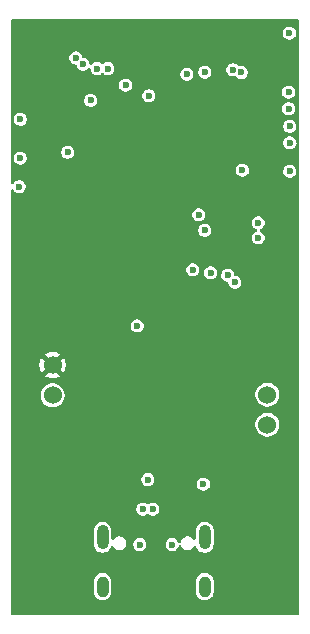
<source format=gbr>
%TF.GenerationSoftware,KiCad,Pcbnew,9.0.5*%
%TF.CreationDate,2025-11-05T17:03:24-05:00*%
%TF.ProjectId,flight-computer,666c6967-6874-42d6-936f-6d7075746572,rev?*%
%TF.SameCoordinates,Original*%
%TF.FileFunction,Copper,L2,Inr*%
%TF.FilePolarity,Positive*%
%FSLAX46Y46*%
G04 Gerber Fmt 4.6, Leading zero omitted, Abs format (unit mm)*
G04 Created by KiCad (PCBNEW 9.0.5) date 2025-11-05 17:03:24*
%MOMM*%
%LPD*%
G01*
G04 APERTURE LIST*
%TA.AperFunction,ComponentPad*%
%ADD10C,1.524000*%
%TD*%
%TA.AperFunction,HeatsinkPad*%
%ADD11O,1.000000X1.800000*%
%TD*%
%TA.AperFunction,HeatsinkPad*%
%ADD12O,1.000000X2.100000*%
%TD*%
%TA.AperFunction,ComponentPad*%
%ADD13C,3.800000*%
%TD*%
%TA.AperFunction,HeatsinkPad*%
%ADD14C,0.600000*%
%TD*%
%TA.AperFunction,ViaPad*%
%ADD15C,0.600000*%
%TD*%
G04 APERTURE END LIST*
D10*
%TO.N,Net-(J6-Pin_2)*%
%TO.C,J6*%
X154281895Y-111071655D03*
%TO.N,Net-(J6-Pin_1)*%
X154281895Y-113611655D03*
%TD*%
%TO.N,VBUS*%
%TO.C,J3*%
X136106895Y-111111555D03*
%TO.N,GND*%
X136106895Y-108571555D03*
%TD*%
D11*
%TO.N,unconnected-(J5-SHIELD-PadS1)_3*%
%TO.C,J5*%
X148981895Y-127321555D03*
D12*
%TO.N,unconnected-(J5-SHIELD-PadS1)_2*%
X148981895Y-123141555D03*
D11*
%TO.N,unconnected-(J5-SHIELD-PadS1)_1*%
X140341895Y-127321555D03*
D12*
%TO.N,unconnected-(J5-SHIELD-PadS1)*%
X140341895Y-123141555D03*
%TD*%
D13*
%TO.N,GND*%
%TO.C,H2*%
X153982000Y-103200000D03*
%TD*%
%TO.N,GND*%
%TO.C,H4*%
X153982000Y-126450000D03*
%TD*%
%TO.N,GND*%
%TO.C,H1*%
X135582000Y-103200000D03*
%TD*%
%TO.N,GND*%
%TO.C,H3*%
X135582000Y-126450000D03*
%TD*%
D14*
%TO.N,GND*%
%TO.C,U2*%
X144867600Y-88300000D03*
X144867600Y-89700000D03*
X145567600Y-87600000D03*
X145567600Y-89000000D03*
X145567600Y-90400000D03*
X146267600Y-88300000D03*
X146267600Y-89700000D03*
X146967600Y-87600000D03*
X146967600Y-89000000D03*
X146967600Y-90400000D03*
X147667600Y-88300000D03*
X147667600Y-89700000D03*
%TD*%
D15*
%TO.N,GND*%
X134481895Y-90946555D03*
X144781895Y-97346555D03*
X148481895Y-81446555D03*
%TO.N,+3.3V*%
X148981895Y-83746555D03*
%TO.N,GND*%
X148181895Y-82746555D03*
%TO.N,+3.3V*%
X148881895Y-118646555D03*
%TO.N,GND*%
X142981895Y-109746555D03*
%TO.N,+3.3V*%
X143256895Y-105246555D03*
%TO.N,GND*%
X142981895Y-102246555D03*
X144981895Y-109746555D03*
X137981895Y-85246555D03*
X152250362Y-90043964D03*
X152223613Y-85524835D03*
X152250801Y-87060929D03*
X152250801Y-88556242D03*
X141481895Y-105246555D03*
%TO.N,+3.3V*%
X144267601Y-85746555D03*
%TO.N,GND*%
X147231895Y-107746555D03*
X147081895Y-104146555D03*
X155201895Y-80446555D03*
X148731895Y-113996555D03*
X144999494Y-86343110D03*
X147231895Y-113996555D03*
X141481895Y-101246555D03*
X148231895Y-121246555D03*
X141481895Y-121246555D03*
X156181895Y-84226555D03*
%TO.N,+3.3V*%
X156161895Y-80446555D03*
X139331895Y-86146555D03*
X148481895Y-95846555D03*
X144181895Y-118246555D03*
X148981895Y-97146555D03*
%TO.N,USB_D-*%
X150931374Y-100946034D03*
X143736895Y-120746555D03*
X153517600Y-96520000D03*
%TO.N,USB_D+*%
X151532416Y-101547076D03*
X144586895Y-120746555D03*
X153517600Y-97790000D03*
%TO.N,Net-(J5-CC2)*%
X146231895Y-123746555D03*
%TO.N,Remote Start 1*%
X149481895Y-100746555D03*
%TO.N,Remote Start 2*%
X147981895Y-100496555D03*
%TO.N,Net-(J5-CC1)*%
X143481895Y-123746555D03*
%TO.N,Net-(J1-Pin_6)*%
X133281895Y-93446555D03*
%TO.N,LSM_CS*%
X151381895Y-83546555D03*
%TO.N,LSM_MISO*%
X140781895Y-83446555D03*
%TO.N,LSM_INT2*%
X147481895Y-83946555D03*
%TO.N,LSM_INT1*%
X142281895Y-84846555D03*
%TO.N,LSM_MOSI*%
X139881895Y-83446555D03*
%TO.N,FIN_DRDY*%
X137381895Y-90546555D03*
%TO.N,FIN_RST*%
X152181895Y-92046555D03*
%TO.N,LSM_SCK*%
X152093410Y-83783727D03*
%TO.N,Net-(J1-Pin_4)*%
X133381895Y-87746555D03*
%TO.N,Net-(J2-Pin_2)*%
X156181895Y-92146555D03*
%TO.N,IMP_OUT1*%
X138081895Y-82546555D03*
%TO.N,IMP_OUT2*%
X138681895Y-83089449D03*
%TO.N,Net-(J1-Pin_5)*%
X133381895Y-91046555D03*
%TO.N,Net-(J2-Pin_6)*%
X156081895Y-85446555D03*
%TO.N,Net-(J2-Pin_4)*%
X156181895Y-88346555D03*
%TO.N,Net-(J2-Pin_3)*%
X156181895Y-89746555D03*
%TO.N,Net-(J2-Pin_5)*%
X156081895Y-86846555D03*
%TD*%
%TA.AperFunction,Conductor*%
%TO.N,GND*%
G36*
X156922539Y-79266740D02*
G01*
X156968294Y-79319544D01*
X156979500Y-79371055D01*
X156979500Y-89659155D01*
X156959815Y-89726194D01*
X156937909Y-89745175D01*
X156948241Y-89751643D01*
X156978019Y-89814849D01*
X156979500Y-89833954D01*
X156979500Y-129622055D01*
X156959815Y-129689094D01*
X156907011Y-129734849D01*
X156855500Y-129746055D01*
X132704500Y-129746055D01*
X132637461Y-129726370D01*
X132591706Y-129673566D01*
X132580500Y-129622055D01*
X132580500Y-127795475D01*
X139591394Y-127795475D01*
X139620235Y-127940462D01*
X139620238Y-127940472D01*
X139676807Y-128077043D01*
X139676814Y-128077056D01*
X139758943Y-128199970D01*
X139758946Y-128199974D01*
X139863475Y-128304503D01*
X139863479Y-128304506D01*
X139986393Y-128386635D01*
X139986406Y-128386642D01*
X140122977Y-128443211D01*
X140122982Y-128443213D01*
X140122986Y-128443213D01*
X140122987Y-128443214D01*
X140267974Y-128472055D01*
X140267977Y-128472055D01*
X140415815Y-128472055D01*
X140513357Y-128452651D01*
X140560808Y-128443213D01*
X140697390Y-128386639D01*
X140820311Y-128304506D01*
X140924846Y-128199971D01*
X141006979Y-128077050D01*
X141063553Y-127940468D01*
X141092395Y-127795475D01*
X148231394Y-127795475D01*
X148260235Y-127940462D01*
X148260238Y-127940472D01*
X148316807Y-128077043D01*
X148316814Y-128077056D01*
X148398943Y-128199970D01*
X148398946Y-128199974D01*
X148503475Y-128304503D01*
X148503479Y-128304506D01*
X148626393Y-128386635D01*
X148626406Y-128386642D01*
X148762977Y-128443211D01*
X148762982Y-128443213D01*
X148762986Y-128443213D01*
X148762987Y-128443214D01*
X148907974Y-128472055D01*
X148907977Y-128472055D01*
X149055815Y-128472055D01*
X149153357Y-128452651D01*
X149200808Y-128443213D01*
X149337390Y-128386639D01*
X149460311Y-128304506D01*
X149564846Y-128199971D01*
X149646979Y-128077050D01*
X149703553Y-127940468D01*
X149732395Y-127795473D01*
X149732395Y-126847637D01*
X149732395Y-126847634D01*
X149703554Y-126702647D01*
X149703553Y-126702646D01*
X149703553Y-126702642D01*
X149703551Y-126702637D01*
X149646982Y-126566066D01*
X149646975Y-126566053D01*
X149564846Y-126443139D01*
X149564843Y-126443135D01*
X149460314Y-126338606D01*
X149460310Y-126338603D01*
X149337396Y-126256474D01*
X149337383Y-126256467D01*
X149200812Y-126199898D01*
X149200802Y-126199895D01*
X149055815Y-126171055D01*
X149055813Y-126171055D01*
X148907977Y-126171055D01*
X148907975Y-126171055D01*
X148762987Y-126199895D01*
X148762977Y-126199898D01*
X148626406Y-126256467D01*
X148626393Y-126256474D01*
X148503479Y-126338603D01*
X148503475Y-126338606D01*
X148398946Y-126443135D01*
X148398943Y-126443139D01*
X148316814Y-126566053D01*
X148316807Y-126566066D01*
X148260238Y-126702637D01*
X148260235Y-126702647D01*
X148231395Y-126847634D01*
X148231395Y-126847637D01*
X148231395Y-127795473D01*
X148231395Y-127795475D01*
X148231394Y-127795475D01*
X141092395Y-127795475D01*
X141092395Y-127795473D01*
X141092395Y-126847637D01*
X141092395Y-126847634D01*
X141063554Y-126702647D01*
X141063553Y-126702646D01*
X141063553Y-126702642D01*
X141063551Y-126702637D01*
X141006982Y-126566066D01*
X141006975Y-126566053D01*
X140924846Y-126443139D01*
X140924843Y-126443135D01*
X140820314Y-126338606D01*
X140820310Y-126338603D01*
X140697396Y-126256474D01*
X140697383Y-126256467D01*
X140560812Y-126199898D01*
X140560802Y-126199895D01*
X140415815Y-126171055D01*
X140415813Y-126171055D01*
X140267977Y-126171055D01*
X140267975Y-126171055D01*
X140122987Y-126199895D01*
X140122977Y-126199898D01*
X139986406Y-126256467D01*
X139986393Y-126256474D01*
X139863479Y-126338603D01*
X139863475Y-126338606D01*
X139758946Y-126443135D01*
X139758943Y-126443139D01*
X139676814Y-126566053D01*
X139676807Y-126566066D01*
X139620238Y-126702637D01*
X139620235Y-126702647D01*
X139591395Y-126847634D01*
X139591395Y-126847637D01*
X139591395Y-127795473D01*
X139591395Y-127795475D01*
X139591394Y-127795475D01*
X132580500Y-127795475D01*
X132580500Y-123765475D01*
X139591394Y-123765475D01*
X139620235Y-123910462D01*
X139620238Y-123910472D01*
X139676807Y-124047043D01*
X139676814Y-124047056D01*
X139758943Y-124169970D01*
X139758946Y-124169974D01*
X139863475Y-124274503D01*
X139863479Y-124274506D01*
X139986393Y-124356635D01*
X139986406Y-124356642D01*
X140122977Y-124413211D01*
X140122982Y-124413213D01*
X140122986Y-124413213D01*
X140122987Y-124413214D01*
X140267974Y-124442055D01*
X140267977Y-124442055D01*
X140415815Y-124442055D01*
X140513357Y-124422651D01*
X140560808Y-124413213D01*
X140697390Y-124356639D01*
X140820311Y-124274506D01*
X140924846Y-124169971D01*
X141006979Y-124047050D01*
X141050488Y-123942008D01*
X141094326Y-123887610D01*
X141160620Y-123865544D01*
X141228319Y-123882823D01*
X141272434Y-123927464D01*
X141311380Y-123994920D01*
X141418530Y-124102070D01*
X141549760Y-124177836D01*
X141696129Y-124217055D01*
X141696131Y-124217055D01*
X141847659Y-124217055D01*
X141847661Y-124217055D01*
X141994030Y-124177836D01*
X142125260Y-124102070D01*
X142232410Y-123994920D01*
X142308176Y-123863690D01*
X142347395Y-123717321D01*
X142347395Y-123674080D01*
X142931395Y-123674080D01*
X142931395Y-123819030D01*
X142964349Y-123942013D01*
X142968912Y-123959043D01*
X143041383Y-124084566D01*
X143041385Y-124084568D01*
X143041386Y-124084570D01*
X143143880Y-124187064D01*
X143143881Y-124187065D01*
X143143883Y-124187066D01*
X143269406Y-124259537D01*
X143269407Y-124259537D01*
X143269410Y-124259539D01*
X143409420Y-124297055D01*
X143409423Y-124297055D01*
X143554367Y-124297055D01*
X143554370Y-124297055D01*
X143694380Y-124259539D01*
X143819910Y-124187064D01*
X143922404Y-124084570D01*
X143994879Y-123959040D01*
X144032395Y-123819030D01*
X144032395Y-123674080D01*
X145681395Y-123674080D01*
X145681395Y-123819030D01*
X145714349Y-123942013D01*
X145718912Y-123959043D01*
X145791383Y-124084566D01*
X145791385Y-124084568D01*
X145791386Y-124084570D01*
X145893880Y-124187064D01*
X145893881Y-124187065D01*
X145893883Y-124187066D01*
X146019406Y-124259537D01*
X146019407Y-124259537D01*
X146019410Y-124259539D01*
X146159420Y-124297055D01*
X146159423Y-124297055D01*
X146304367Y-124297055D01*
X146304370Y-124297055D01*
X146444380Y-124259539D01*
X146569910Y-124187064D01*
X146672404Y-124084570D01*
X146744879Y-123959040D01*
X146773247Y-123853168D01*
X146809611Y-123793511D01*
X146872458Y-123762982D01*
X146941834Y-123771277D01*
X146995712Y-123815762D01*
X147012794Y-123853168D01*
X147015614Y-123863690D01*
X147091380Y-123994920D01*
X147198530Y-124102070D01*
X147329760Y-124177836D01*
X147476129Y-124217055D01*
X147476131Y-124217055D01*
X147627659Y-124217055D01*
X147627661Y-124217055D01*
X147774030Y-124177836D01*
X147905260Y-124102070D01*
X148012410Y-123994920D01*
X148051355Y-123927464D01*
X148101922Y-123879249D01*
X148170529Y-123866026D01*
X148235394Y-123891994D01*
X148273303Y-123942013D01*
X148316807Y-124047043D01*
X148316814Y-124047056D01*
X148398943Y-124169970D01*
X148398946Y-124169974D01*
X148503475Y-124274503D01*
X148503479Y-124274506D01*
X148626393Y-124356635D01*
X148626406Y-124356642D01*
X148762977Y-124413211D01*
X148762982Y-124413213D01*
X148762986Y-124413213D01*
X148762987Y-124413214D01*
X148907974Y-124442055D01*
X148907977Y-124442055D01*
X149055815Y-124442055D01*
X149153357Y-124422651D01*
X149200808Y-124413213D01*
X149337390Y-124356639D01*
X149460311Y-124274506D01*
X149564846Y-124169971D01*
X149646979Y-124047050D01*
X149703553Y-123910468D01*
X149726818Y-123793511D01*
X149732395Y-123765475D01*
X149732395Y-122517634D01*
X149703554Y-122372647D01*
X149703553Y-122372646D01*
X149703553Y-122372642D01*
X149703551Y-122372637D01*
X149646982Y-122236066D01*
X149646975Y-122236053D01*
X149564846Y-122113139D01*
X149564843Y-122113135D01*
X149460314Y-122008606D01*
X149460310Y-122008603D01*
X149337396Y-121926474D01*
X149337383Y-121926467D01*
X149200812Y-121869898D01*
X149200802Y-121869895D01*
X149055815Y-121841055D01*
X149055813Y-121841055D01*
X148907977Y-121841055D01*
X148907975Y-121841055D01*
X148762987Y-121869895D01*
X148762977Y-121869898D01*
X148626406Y-121926467D01*
X148626393Y-121926474D01*
X148503479Y-122008603D01*
X148503475Y-122008606D01*
X148398946Y-122113135D01*
X148398943Y-122113139D01*
X148316814Y-122236053D01*
X148316807Y-122236066D01*
X148260238Y-122372637D01*
X148260235Y-122372647D01*
X148231395Y-122517634D01*
X148231395Y-123208285D01*
X148211710Y-123275324D01*
X148158906Y-123321079D01*
X148089748Y-123331023D01*
X148026192Y-123301998D01*
X148018383Y-123293710D01*
X148018157Y-123293937D01*
X147905262Y-123181042D01*
X147905260Y-123181040D01*
X147839645Y-123143157D01*
X147774031Y-123105274D01*
X147700845Y-123085664D01*
X147627661Y-123066055D01*
X147476129Y-123066055D01*
X147329758Y-123105274D01*
X147198530Y-123181040D01*
X147198527Y-123181042D01*
X147091382Y-123288187D01*
X147091380Y-123288190D01*
X147015615Y-123419418D01*
X146984661Y-123534939D01*
X146948296Y-123594599D01*
X146885449Y-123625128D01*
X146816073Y-123616833D01*
X146762195Y-123572348D01*
X146748117Y-123541520D01*
X146747987Y-123541574D01*
X146746478Y-123537931D01*
X146745111Y-123534939D01*
X146744879Y-123534070D01*
X146744877Y-123534066D01*
X146744877Y-123534065D01*
X146672406Y-123408543D01*
X146672401Y-123408537D01*
X146569912Y-123306048D01*
X146569906Y-123306043D01*
X146444383Y-123233572D01*
X146444384Y-123233572D01*
X146432901Y-123230495D01*
X146304370Y-123196055D01*
X146159420Y-123196055D01*
X146030888Y-123230495D01*
X146019406Y-123233572D01*
X145893883Y-123306043D01*
X145893877Y-123306048D01*
X145791388Y-123408537D01*
X145791383Y-123408543D01*
X145718912Y-123534066D01*
X145718911Y-123534070D01*
X145681395Y-123674080D01*
X144032395Y-123674080D01*
X143994879Y-123534070D01*
X143928684Y-123419418D01*
X143922406Y-123408543D01*
X143922401Y-123408537D01*
X143819912Y-123306048D01*
X143819906Y-123306043D01*
X143694383Y-123233572D01*
X143694384Y-123233572D01*
X143682901Y-123230495D01*
X143554370Y-123196055D01*
X143409420Y-123196055D01*
X143280888Y-123230495D01*
X143269406Y-123233572D01*
X143143883Y-123306043D01*
X143143877Y-123306048D01*
X143041388Y-123408537D01*
X143041383Y-123408543D01*
X142968912Y-123534066D01*
X142968911Y-123534070D01*
X142931395Y-123674080D01*
X142347395Y-123674080D01*
X142347395Y-123565789D01*
X142308176Y-123419420D01*
X142232410Y-123288190D01*
X142125260Y-123181040D01*
X142059645Y-123143157D01*
X141994031Y-123105274D01*
X141920845Y-123085664D01*
X141847661Y-123066055D01*
X141696129Y-123066055D01*
X141549758Y-123105274D01*
X141418530Y-123181040D01*
X141418527Y-123181042D01*
X141305633Y-123293937D01*
X141303614Y-123291918D01*
X141258340Y-123324975D01*
X141188593Y-123329128D01*
X141127674Y-123294914D01*
X141094923Y-123233196D01*
X141092395Y-123208285D01*
X141092395Y-122517634D01*
X141063554Y-122372647D01*
X141063553Y-122372646D01*
X141063553Y-122372642D01*
X141063551Y-122372637D01*
X141006982Y-122236066D01*
X141006975Y-122236053D01*
X140924846Y-122113139D01*
X140924843Y-122113135D01*
X140820314Y-122008606D01*
X140820310Y-122008603D01*
X140697396Y-121926474D01*
X140697383Y-121926467D01*
X140560812Y-121869898D01*
X140560802Y-121869895D01*
X140415815Y-121841055D01*
X140415813Y-121841055D01*
X140267977Y-121841055D01*
X140267975Y-121841055D01*
X140122987Y-121869895D01*
X140122977Y-121869898D01*
X139986406Y-121926467D01*
X139986393Y-121926474D01*
X139863479Y-122008603D01*
X139863475Y-122008606D01*
X139758946Y-122113135D01*
X139758943Y-122113139D01*
X139676814Y-122236053D01*
X139676807Y-122236066D01*
X139620238Y-122372637D01*
X139620235Y-122372647D01*
X139591395Y-122517634D01*
X139591395Y-122517637D01*
X139591395Y-123765473D01*
X139591395Y-123765475D01*
X139591394Y-123765475D01*
X132580500Y-123765475D01*
X132580500Y-120674080D01*
X143186395Y-120674080D01*
X143186395Y-120819030D01*
X143223911Y-120959040D01*
X143223912Y-120959043D01*
X143296383Y-121084566D01*
X143296385Y-121084568D01*
X143296386Y-121084570D01*
X143398880Y-121187064D01*
X143398881Y-121187065D01*
X143398883Y-121187066D01*
X143524406Y-121259537D01*
X143524407Y-121259537D01*
X143524410Y-121259539D01*
X143664420Y-121297055D01*
X143664423Y-121297055D01*
X143809367Y-121297055D01*
X143809370Y-121297055D01*
X143949380Y-121259539D01*
X144074910Y-121187064D01*
X144074914Y-121187059D01*
X144081356Y-121182117D01*
X144082298Y-121183345D01*
X144135537Y-121154275D01*
X144205229Y-121159259D01*
X144241892Y-121182822D01*
X144242434Y-121182117D01*
X144248883Y-121187066D01*
X144374406Y-121259537D01*
X144374407Y-121259537D01*
X144374410Y-121259539D01*
X144514420Y-121297055D01*
X144514423Y-121297055D01*
X144659367Y-121297055D01*
X144659370Y-121297055D01*
X144799380Y-121259539D01*
X144924910Y-121187064D01*
X145027404Y-121084570D01*
X145099879Y-120959040D01*
X145137395Y-120819030D01*
X145137395Y-120674080D01*
X145099879Y-120534070D01*
X145027404Y-120408540D01*
X144924910Y-120306046D01*
X144924908Y-120306045D01*
X144924906Y-120306043D01*
X144799383Y-120233572D01*
X144799384Y-120233572D01*
X144787901Y-120230495D01*
X144659370Y-120196055D01*
X144514420Y-120196055D01*
X144385888Y-120230495D01*
X144374406Y-120233572D01*
X144248883Y-120306043D01*
X144242434Y-120310993D01*
X144241491Y-120309764D01*
X144188253Y-120338835D01*
X144118561Y-120333851D01*
X144081897Y-120310287D01*
X144081356Y-120310993D01*
X144074906Y-120306043D01*
X143949383Y-120233572D01*
X143949384Y-120233572D01*
X143937901Y-120230495D01*
X143809370Y-120196055D01*
X143664420Y-120196055D01*
X143535888Y-120230495D01*
X143524406Y-120233572D01*
X143398883Y-120306043D01*
X143398877Y-120306048D01*
X143296388Y-120408537D01*
X143296383Y-120408543D01*
X143223912Y-120534066D01*
X143223911Y-120534070D01*
X143186395Y-120674080D01*
X132580500Y-120674080D01*
X132580500Y-118174080D01*
X143631395Y-118174080D01*
X143631395Y-118319030D01*
X143668911Y-118459040D01*
X143668912Y-118459043D01*
X143741383Y-118584566D01*
X143741385Y-118584568D01*
X143741386Y-118584570D01*
X143843880Y-118687064D01*
X143843881Y-118687065D01*
X143843883Y-118687066D01*
X143969406Y-118759537D01*
X143969407Y-118759537D01*
X143969410Y-118759539D01*
X144109420Y-118797055D01*
X144109423Y-118797055D01*
X144254367Y-118797055D01*
X144254370Y-118797055D01*
X144394380Y-118759539D01*
X144519910Y-118687064D01*
X144622404Y-118584570D01*
X144628460Y-118574080D01*
X148331395Y-118574080D01*
X148331395Y-118719030D01*
X148352302Y-118797055D01*
X148368912Y-118859043D01*
X148441383Y-118984566D01*
X148441385Y-118984568D01*
X148441386Y-118984570D01*
X148543880Y-119087064D01*
X148543881Y-119087065D01*
X148543883Y-119087066D01*
X148669406Y-119159537D01*
X148669407Y-119159537D01*
X148669410Y-119159539D01*
X148809420Y-119197055D01*
X148809423Y-119197055D01*
X148954367Y-119197055D01*
X148954370Y-119197055D01*
X149094380Y-119159539D01*
X149219910Y-119087064D01*
X149322404Y-118984570D01*
X149394879Y-118859040D01*
X149432395Y-118719030D01*
X149432395Y-118574080D01*
X149394879Y-118434070D01*
X149328460Y-118319030D01*
X149322406Y-118308543D01*
X149322401Y-118308537D01*
X149219912Y-118206048D01*
X149219906Y-118206043D01*
X149094383Y-118133572D01*
X149094384Y-118133572D01*
X149082901Y-118130495D01*
X148954370Y-118096055D01*
X148809420Y-118096055D01*
X148680888Y-118130495D01*
X148669406Y-118133572D01*
X148543883Y-118206043D01*
X148543877Y-118206048D01*
X148441388Y-118308537D01*
X148441383Y-118308543D01*
X148368912Y-118434066D01*
X148368911Y-118434070D01*
X148331395Y-118574080D01*
X144628460Y-118574080D01*
X144694879Y-118459040D01*
X144732395Y-118319030D01*
X144732395Y-118174080D01*
X144694879Y-118034070D01*
X144622404Y-117908540D01*
X144519910Y-117806046D01*
X144519908Y-117806045D01*
X144519906Y-117806043D01*
X144394383Y-117733572D01*
X144394384Y-117733572D01*
X144382901Y-117730495D01*
X144254370Y-117696055D01*
X144109420Y-117696055D01*
X143980888Y-117730495D01*
X143969406Y-117733572D01*
X143843883Y-117806043D01*
X143843877Y-117806048D01*
X143741388Y-117908537D01*
X143741383Y-117908543D01*
X143668912Y-118034066D01*
X143668911Y-118034070D01*
X143631395Y-118174080D01*
X132580500Y-118174080D01*
X132580500Y-113711380D01*
X153269394Y-113711380D01*
X153308303Y-113906984D01*
X153308306Y-113906994D01*
X153384625Y-114091247D01*
X153384632Y-114091260D01*
X153495434Y-114257085D01*
X153495437Y-114257089D01*
X153636460Y-114398112D01*
X153636464Y-114398115D01*
X153802289Y-114508917D01*
X153802302Y-114508924D01*
X153986555Y-114585243D01*
X153986560Y-114585245D01*
X153986564Y-114585245D01*
X153986565Y-114585246D01*
X154182169Y-114624155D01*
X154182172Y-114624155D01*
X154381620Y-114624155D01*
X154513219Y-114597977D01*
X154577230Y-114585245D01*
X154761494Y-114508921D01*
X154927326Y-114398115D01*
X155068355Y-114257086D01*
X155179161Y-114091254D01*
X155255485Y-113906990D01*
X155294395Y-113711378D01*
X155294395Y-113511932D01*
X155294395Y-113511929D01*
X155255486Y-113316325D01*
X155255485Y-113316324D01*
X155255485Y-113316320D01*
X155255483Y-113316315D01*
X155179164Y-113132062D01*
X155179157Y-113132049D01*
X155068355Y-112966224D01*
X155068352Y-112966220D01*
X154927329Y-112825197D01*
X154927325Y-112825194D01*
X154761500Y-112714392D01*
X154761487Y-112714385D01*
X154577234Y-112638066D01*
X154577224Y-112638063D01*
X154381620Y-112599155D01*
X154381618Y-112599155D01*
X154182172Y-112599155D01*
X154182170Y-112599155D01*
X153986565Y-112638063D01*
X153986555Y-112638066D01*
X153802302Y-112714385D01*
X153802289Y-112714392D01*
X153636464Y-112825194D01*
X153636460Y-112825197D01*
X153495437Y-112966220D01*
X153495434Y-112966224D01*
X153384632Y-113132049D01*
X153384625Y-113132062D01*
X153308306Y-113316315D01*
X153308303Y-113316325D01*
X153269395Y-113511929D01*
X153269395Y-113511932D01*
X153269395Y-113711378D01*
X153269395Y-113711380D01*
X153269394Y-113711380D01*
X132580500Y-113711380D01*
X132580500Y-111211280D01*
X135094394Y-111211280D01*
X135133303Y-111406884D01*
X135133306Y-111406894D01*
X135209625Y-111591147D01*
X135209632Y-111591160D01*
X135320434Y-111756985D01*
X135320437Y-111756989D01*
X135461460Y-111898012D01*
X135461464Y-111898015D01*
X135627289Y-112008817D01*
X135627302Y-112008824D01*
X135715234Y-112045246D01*
X135811560Y-112085145D01*
X135811564Y-112085145D01*
X135811565Y-112085146D01*
X136007169Y-112124055D01*
X136007172Y-112124055D01*
X136206620Y-112124055D01*
X136338219Y-112097877D01*
X136402230Y-112085145D01*
X136586494Y-112008821D01*
X136752326Y-111898015D01*
X136893355Y-111756986D01*
X137004161Y-111591154D01*
X137020686Y-111551260D01*
X137080483Y-111406894D01*
X137080485Y-111406890D01*
X137119395Y-111211278D01*
X137119395Y-111171380D01*
X153269394Y-111171380D01*
X153308303Y-111366984D01*
X153308306Y-111366994D01*
X153384625Y-111551247D01*
X153384632Y-111551260D01*
X153495434Y-111717085D01*
X153495437Y-111717089D01*
X153636460Y-111858112D01*
X153636464Y-111858115D01*
X153802289Y-111968917D01*
X153802302Y-111968924D01*
X153986555Y-112045243D01*
X153986560Y-112045245D01*
X153986564Y-112045245D01*
X153986565Y-112045246D01*
X154182169Y-112084155D01*
X154182172Y-112084155D01*
X154381620Y-112084155D01*
X154513219Y-112057977D01*
X154577230Y-112045245D01*
X154761494Y-111968921D01*
X154927326Y-111858115D01*
X155068355Y-111717086D01*
X155179161Y-111551254D01*
X155255485Y-111366990D01*
X155286458Y-111211280D01*
X155294395Y-111171380D01*
X155294395Y-110971929D01*
X155255486Y-110776325D01*
X155255485Y-110776324D01*
X155255485Y-110776320D01*
X155255483Y-110776315D01*
X155179164Y-110592062D01*
X155179157Y-110592049D01*
X155068355Y-110426224D01*
X155068352Y-110426220D01*
X154927329Y-110285197D01*
X154927325Y-110285194D01*
X154761500Y-110174392D01*
X154761487Y-110174385D01*
X154577234Y-110098066D01*
X154577224Y-110098063D01*
X154381620Y-110059155D01*
X154381618Y-110059155D01*
X154182172Y-110059155D01*
X154182170Y-110059155D01*
X153986565Y-110098063D01*
X153986555Y-110098066D01*
X153802302Y-110174385D01*
X153802289Y-110174392D01*
X153636464Y-110285194D01*
X153636460Y-110285197D01*
X153495437Y-110426220D01*
X153495434Y-110426224D01*
X153384632Y-110592049D01*
X153384625Y-110592062D01*
X153308306Y-110776315D01*
X153308303Y-110776325D01*
X153269395Y-110971929D01*
X153269395Y-110971932D01*
X153269395Y-111171378D01*
X153269395Y-111171380D01*
X153269394Y-111171380D01*
X137119395Y-111171380D01*
X137119395Y-111011832D01*
X137119395Y-111011829D01*
X137115059Y-110990032D01*
X137115059Y-110990031D01*
X137080486Y-110816227D01*
X137080486Y-110816225D01*
X137080485Y-110816220D01*
X137063956Y-110776315D01*
X137004164Y-110631962D01*
X137004157Y-110631949D01*
X136893355Y-110466124D01*
X136893352Y-110466120D01*
X136752329Y-110325097D01*
X136752325Y-110325094D01*
X136586500Y-110214292D01*
X136586487Y-110214285D01*
X136402234Y-110137966D01*
X136402224Y-110137963D01*
X136206620Y-110099055D01*
X136206618Y-110099055D01*
X136007172Y-110099055D01*
X136007170Y-110099055D01*
X135811565Y-110137963D01*
X135811555Y-110137966D01*
X135627302Y-110214285D01*
X135627289Y-110214292D01*
X135461464Y-110325094D01*
X135461460Y-110325097D01*
X135320437Y-110466120D01*
X135320434Y-110466124D01*
X135209632Y-110631949D01*
X135209625Y-110631962D01*
X135133306Y-110816215D01*
X135133303Y-110816225D01*
X135094395Y-111011829D01*
X135094395Y-111011832D01*
X135094395Y-111211278D01*
X135094395Y-111211280D01*
X135094394Y-111211280D01*
X132580500Y-111211280D01*
X132580500Y-108484033D01*
X134994895Y-108484033D01*
X134994895Y-108659076D01*
X135022276Y-108831950D01*
X135022276Y-108831953D01*
X135076362Y-108998412D01*
X135155827Y-109154370D01*
X135191768Y-109203837D01*
X135191769Y-109203838D01*
X135653082Y-108742524D01*
X135657184Y-108757832D01*
X135720719Y-108867878D01*
X135810572Y-108957731D01*
X135920618Y-109021266D01*
X135935924Y-109025367D01*
X135474610Y-109486680D01*
X135524080Y-109522623D01*
X135680037Y-109602087D01*
X135846498Y-109656173D01*
X136019374Y-109683555D01*
X136194416Y-109683555D01*
X136367290Y-109656173D01*
X136367293Y-109656173D01*
X136533752Y-109602087D01*
X136689710Y-109522622D01*
X136739177Y-109486681D01*
X136739177Y-109486680D01*
X136277865Y-109025367D01*
X136293172Y-109021266D01*
X136403218Y-108957731D01*
X136493071Y-108867878D01*
X136556606Y-108757832D01*
X136560707Y-108742525D01*
X137022020Y-109203837D01*
X137022021Y-109203837D01*
X137057962Y-109154370D01*
X137137427Y-108998412D01*
X137191513Y-108831953D01*
X137191513Y-108831950D01*
X137218895Y-108659076D01*
X137218895Y-108484033D01*
X137191513Y-108311159D01*
X137191513Y-108311156D01*
X137137427Y-108144697D01*
X137057963Y-107988740D01*
X137022020Y-107939271D01*
X137022020Y-107939270D01*
X136560707Y-108400583D01*
X136556606Y-108385278D01*
X136493071Y-108275232D01*
X136403218Y-108185379D01*
X136293172Y-108121844D01*
X136277865Y-108117742D01*
X136739178Y-107656429D01*
X136739177Y-107656428D01*
X136689710Y-107620487D01*
X136533752Y-107541022D01*
X136367291Y-107486936D01*
X136194416Y-107459555D01*
X136019374Y-107459555D01*
X135846499Y-107486936D01*
X135846496Y-107486936D01*
X135680037Y-107541022D01*
X135524076Y-107620489D01*
X135474611Y-107656427D01*
X135474611Y-107656429D01*
X135935925Y-108117742D01*
X135920618Y-108121844D01*
X135810572Y-108185379D01*
X135720719Y-108275232D01*
X135657184Y-108385278D01*
X135653082Y-108400584D01*
X135191769Y-107939271D01*
X135191767Y-107939271D01*
X135155829Y-107988736D01*
X135076362Y-108144697D01*
X135022276Y-108311156D01*
X135022276Y-108311159D01*
X134994895Y-108484033D01*
X132580500Y-108484033D01*
X132580500Y-105174080D01*
X142706395Y-105174080D01*
X142706395Y-105319030D01*
X142743911Y-105459040D01*
X142743912Y-105459043D01*
X142816383Y-105584566D01*
X142816385Y-105584568D01*
X142816386Y-105584570D01*
X142918880Y-105687064D01*
X142918881Y-105687065D01*
X142918883Y-105687066D01*
X143044406Y-105759537D01*
X143044407Y-105759537D01*
X143044410Y-105759539D01*
X143184420Y-105797055D01*
X143184423Y-105797055D01*
X143329367Y-105797055D01*
X143329370Y-105797055D01*
X143469380Y-105759539D01*
X143594910Y-105687064D01*
X143697404Y-105584570D01*
X143769879Y-105459040D01*
X143807395Y-105319030D01*
X143807395Y-105174080D01*
X143769879Y-105034070D01*
X143697404Y-104908540D01*
X143594910Y-104806046D01*
X143594908Y-104806045D01*
X143594906Y-104806043D01*
X143469383Y-104733572D01*
X143469384Y-104733572D01*
X143457901Y-104730495D01*
X143329370Y-104696055D01*
X143184420Y-104696055D01*
X143055888Y-104730495D01*
X143044406Y-104733572D01*
X142918883Y-104806043D01*
X142918877Y-104806048D01*
X142816388Y-104908537D01*
X142816383Y-104908543D01*
X142743912Y-105034066D01*
X142743911Y-105034070D01*
X142706395Y-105174080D01*
X132580500Y-105174080D01*
X132580500Y-100424080D01*
X147431395Y-100424080D01*
X147431395Y-100569030D01*
X147459544Y-100674082D01*
X147468912Y-100709043D01*
X147541383Y-100834566D01*
X147541385Y-100834568D01*
X147541386Y-100834570D01*
X147643880Y-100937064D01*
X147643881Y-100937065D01*
X147643883Y-100937066D01*
X147769406Y-101009537D01*
X147769407Y-101009537D01*
X147769410Y-101009539D01*
X147909420Y-101047055D01*
X147909423Y-101047055D01*
X148054367Y-101047055D01*
X148054370Y-101047055D01*
X148194380Y-101009539D01*
X148319910Y-100937064D01*
X148422404Y-100834570D01*
X148494879Y-100709040D01*
X148504247Y-100674080D01*
X148931395Y-100674080D01*
X148931395Y-100819030D01*
X148963023Y-100937066D01*
X148968912Y-100959043D01*
X149041383Y-101084566D01*
X149041385Y-101084568D01*
X149041386Y-101084570D01*
X149143880Y-101187064D01*
X149143881Y-101187065D01*
X149143883Y-101187066D01*
X149269406Y-101259537D01*
X149269407Y-101259537D01*
X149269410Y-101259539D01*
X149409420Y-101297055D01*
X149409423Y-101297055D01*
X149554367Y-101297055D01*
X149554370Y-101297055D01*
X149694380Y-101259539D01*
X149819910Y-101187064D01*
X149922404Y-101084570D01*
X149994879Y-100959040D01*
X150017784Y-100873559D01*
X150380874Y-100873559D01*
X150380874Y-101018509D01*
X150404470Y-101106569D01*
X150418391Y-101158522D01*
X150490862Y-101284045D01*
X150490864Y-101284047D01*
X150490865Y-101284049D01*
X150593359Y-101386543D01*
X150593360Y-101386544D01*
X150593362Y-101386545D01*
X150718885Y-101459016D01*
X150718886Y-101459016D01*
X150718889Y-101459018D01*
X150858899Y-101496534D01*
X150858902Y-101496534D01*
X150866959Y-101497595D01*
X150866756Y-101499129D01*
X150924955Y-101516219D01*
X150970710Y-101569023D01*
X150979973Y-101611607D01*
X150980855Y-101611491D01*
X150981915Y-101619547D01*
X151019433Y-101759564D01*
X151091904Y-101885087D01*
X151091906Y-101885089D01*
X151091907Y-101885091D01*
X151194401Y-101987585D01*
X151194402Y-101987586D01*
X151194404Y-101987587D01*
X151319927Y-102060058D01*
X151319928Y-102060058D01*
X151319931Y-102060060D01*
X151459941Y-102097576D01*
X151459944Y-102097576D01*
X151604888Y-102097576D01*
X151604891Y-102097576D01*
X151744901Y-102060060D01*
X151870431Y-101987585D01*
X151972925Y-101885091D01*
X152045400Y-101759561D01*
X152082916Y-101619551D01*
X152082916Y-101474601D01*
X152045400Y-101334591D01*
X152016219Y-101284049D01*
X151972927Y-101209064D01*
X151972922Y-101209058D01*
X151870433Y-101106569D01*
X151870427Y-101106564D01*
X151744904Y-101034093D01*
X151744905Y-101034093D01*
X151653269Y-101009539D01*
X151604891Y-100996576D01*
X151604887Y-100996575D01*
X151596831Y-100995515D01*
X151597033Y-100993980D01*
X151538835Y-100976891D01*
X151493080Y-100924087D01*
X151483816Y-100881502D01*
X151482935Y-100881619D01*
X151481874Y-100873562D01*
X151481874Y-100873561D01*
X151481874Y-100873559D01*
X151444358Y-100733549D01*
X151430209Y-100709043D01*
X151371885Y-100608022D01*
X151371880Y-100608016D01*
X151269391Y-100505527D01*
X151269385Y-100505522D01*
X151143862Y-100433051D01*
X151143863Y-100433051D01*
X151110390Y-100424082D01*
X151003849Y-100395534D01*
X150858899Y-100395534D01*
X150752358Y-100424082D01*
X150718885Y-100433051D01*
X150593362Y-100505522D01*
X150593356Y-100505527D01*
X150490867Y-100608016D01*
X150490862Y-100608022D01*
X150418391Y-100733545D01*
X150418390Y-100733549D01*
X150380874Y-100873559D01*
X150017784Y-100873559D01*
X150032395Y-100819030D01*
X150032395Y-100674080D01*
X149994879Y-100534070D01*
X149978398Y-100505525D01*
X149922406Y-100408543D01*
X149922401Y-100408537D01*
X149819912Y-100306048D01*
X149819906Y-100306043D01*
X149694383Y-100233572D01*
X149694384Y-100233572D01*
X149682901Y-100230495D01*
X149554370Y-100196055D01*
X149409420Y-100196055D01*
X149280888Y-100230495D01*
X149269406Y-100233572D01*
X149143883Y-100306043D01*
X149143877Y-100306048D01*
X149041388Y-100408537D01*
X149041383Y-100408543D01*
X148968912Y-100534066D01*
X148968911Y-100534070D01*
X148931395Y-100674080D01*
X148504247Y-100674080D01*
X148532395Y-100569030D01*
X148532395Y-100424080D01*
X148494879Y-100284070D01*
X148465723Y-100233571D01*
X148422406Y-100158543D01*
X148422401Y-100158537D01*
X148319912Y-100056048D01*
X148319906Y-100056043D01*
X148194383Y-99983572D01*
X148194384Y-99983572D01*
X148182901Y-99980495D01*
X148054370Y-99946055D01*
X147909420Y-99946055D01*
X147780888Y-99980495D01*
X147769406Y-99983572D01*
X147643883Y-100056043D01*
X147643877Y-100056048D01*
X147541388Y-100158537D01*
X147541383Y-100158543D01*
X147468912Y-100284066D01*
X147468911Y-100284070D01*
X147431395Y-100424080D01*
X132580500Y-100424080D01*
X132580500Y-97074080D01*
X148431395Y-97074080D01*
X148431395Y-97219030D01*
X148466353Y-97349493D01*
X148468912Y-97359043D01*
X148541383Y-97484566D01*
X148541385Y-97484568D01*
X148541386Y-97484570D01*
X148643880Y-97587064D01*
X148643881Y-97587065D01*
X148643883Y-97587066D01*
X148769406Y-97659537D01*
X148769407Y-97659537D01*
X148769410Y-97659539D01*
X148909420Y-97697055D01*
X148909423Y-97697055D01*
X149054367Y-97697055D01*
X149054370Y-97697055D01*
X149194380Y-97659539D01*
X149319910Y-97587064D01*
X149422404Y-97484570D01*
X149494879Y-97359040D01*
X149532395Y-97219030D01*
X149532395Y-97074080D01*
X149494879Y-96934070D01*
X149450968Y-96858015D01*
X149422406Y-96808543D01*
X149422401Y-96808537D01*
X149319912Y-96706048D01*
X149319906Y-96706043D01*
X149194383Y-96633572D01*
X149194384Y-96633572D01*
X149182901Y-96630495D01*
X149054370Y-96596055D01*
X148909420Y-96596055D01*
X148780888Y-96630495D01*
X148769406Y-96633572D01*
X148643883Y-96706043D01*
X148643877Y-96706048D01*
X148541388Y-96808537D01*
X148541383Y-96808543D01*
X148468912Y-96934066D01*
X148468911Y-96934070D01*
X148431395Y-97074080D01*
X132580500Y-97074080D01*
X132580500Y-96447525D01*
X152967100Y-96447525D01*
X152967100Y-96592475D01*
X152997531Y-96706043D01*
X153004617Y-96732488D01*
X153077088Y-96858011D01*
X153077090Y-96858013D01*
X153077091Y-96858015D01*
X153179585Y-96960509D01*
X153179586Y-96960510D01*
X153179588Y-96960511D01*
X153305111Y-97032982D01*
X153305112Y-97032982D01*
X153305115Y-97032984D01*
X153308986Y-97034021D01*
X153313481Y-97035226D01*
X153373141Y-97071591D01*
X153403669Y-97134439D01*
X153395374Y-97203814D01*
X153350888Y-97257691D01*
X153313481Y-97274774D01*
X153305116Y-97277015D01*
X153305111Y-97277017D01*
X153179588Y-97349488D01*
X153179582Y-97349493D01*
X153077093Y-97451982D01*
X153077088Y-97451988D01*
X153004617Y-97577511D01*
X153004616Y-97577515D01*
X152967100Y-97717525D01*
X152967100Y-97862475D01*
X153004616Y-98002485D01*
X153004617Y-98002488D01*
X153077088Y-98128011D01*
X153077090Y-98128013D01*
X153077091Y-98128015D01*
X153179585Y-98230509D01*
X153179586Y-98230510D01*
X153179588Y-98230511D01*
X153305111Y-98302982D01*
X153305112Y-98302982D01*
X153305115Y-98302984D01*
X153445125Y-98340500D01*
X153445128Y-98340500D01*
X153590072Y-98340500D01*
X153590075Y-98340500D01*
X153730085Y-98302984D01*
X153855615Y-98230509D01*
X153958109Y-98128015D01*
X154030584Y-98002485D01*
X154068100Y-97862475D01*
X154068100Y-97717525D01*
X154030584Y-97577515D01*
X153958109Y-97451985D01*
X153855615Y-97349491D01*
X153855613Y-97349490D01*
X153855611Y-97349488D01*
X153730087Y-97277017D01*
X153730086Y-97277016D01*
X153730085Y-97277016D01*
X153721718Y-97274774D01*
X153662059Y-97238410D01*
X153631530Y-97175563D01*
X153639825Y-97106188D01*
X153684310Y-97052310D01*
X153721717Y-97035226D01*
X153730085Y-97032984D01*
X153855615Y-96960509D01*
X153958109Y-96858015D01*
X154030584Y-96732485D01*
X154068100Y-96592475D01*
X154068100Y-96447525D01*
X154030584Y-96307515D01*
X153959601Y-96184570D01*
X153958111Y-96181988D01*
X153958106Y-96181982D01*
X153855617Y-96079493D01*
X153855611Y-96079488D01*
X153730088Y-96007017D01*
X153730089Y-96007017D01*
X153718606Y-96003940D01*
X153590075Y-95969500D01*
X153445125Y-95969500D01*
X153316593Y-96003940D01*
X153305111Y-96007017D01*
X153179588Y-96079488D01*
X153179582Y-96079493D01*
X153077093Y-96181982D01*
X153077088Y-96181988D01*
X153004617Y-96307511D01*
X153004616Y-96307515D01*
X152967100Y-96447525D01*
X132580500Y-96447525D01*
X132580500Y-95774080D01*
X147931395Y-95774080D01*
X147931395Y-95919030D01*
X147968911Y-96059040D01*
X147968912Y-96059043D01*
X148041383Y-96184566D01*
X148041385Y-96184568D01*
X148041386Y-96184570D01*
X148143880Y-96287064D01*
X148143881Y-96287065D01*
X148143883Y-96287066D01*
X148269406Y-96359537D01*
X148269407Y-96359537D01*
X148269410Y-96359539D01*
X148409420Y-96397055D01*
X148409423Y-96397055D01*
X148554367Y-96397055D01*
X148554370Y-96397055D01*
X148694380Y-96359539D01*
X148819910Y-96287064D01*
X148922404Y-96184570D01*
X148994879Y-96059040D01*
X149032395Y-95919030D01*
X149032395Y-95774080D01*
X148994879Y-95634070D01*
X148922404Y-95508540D01*
X148819910Y-95406046D01*
X148819908Y-95406045D01*
X148819906Y-95406043D01*
X148694383Y-95333572D01*
X148694384Y-95333572D01*
X148682901Y-95330495D01*
X148554370Y-95296055D01*
X148409420Y-95296055D01*
X148280888Y-95330495D01*
X148269406Y-95333572D01*
X148143883Y-95406043D01*
X148143877Y-95406048D01*
X148041388Y-95508537D01*
X148041383Y-95508543D01*
X147968912Y-95634066D01*
X147968911Y-95634070D01*
X147931395Y-95774080D01*
X132580500Y-95774080D01*
X132580500Y-93795476D01*
X132600185Y-93728437D01*
X132652989Y-93682682D01*
X132722147Y-93672738D01*
X132785703Y-93701763D01*
X132811886Y-93733475D01*
X132841386Y-93784570D01*
X132943880Y-93887064D01*
X132943881Y-93887065D01*
X132943883Y-93887066D01*
X133069406Y-93959537D01*
X133069407Y-93959537D01*
X133069410Y-93959539D01*
X133209420Y-93997055D01*
X133209423Y-93997055D01*
X133354367Y-93997055D01*
X133354370Y-93997055D01*
X133494380Y-93959539D01*
X133619910Y-93887064D01*
X133722404Y-93784570D01*
X133794879Y-93659040D01*
X133832395Y-93519030D01*
X133832395Y-93374080D01*
X133794879Y-93234070D01*
X133779740Y-93207849D01*
X133722406Y-93108543D01*
X133722401Y-93108537D01*
X133619912Y-93006048D01*
X133619906Y-93006043D01*
X133494383Y-92933572D01*
X133494384Y-92933572D01*
X133482901Y-92930495D01*
X133354370Y-92896055D01*
X133209420Y-92896055D01*
X133080888Y-92930495D01*
X133069406Y-92933572D01*
X132943883Y-93006043D01*
X132943877Y-93006048D01*
X132841388Y-93108537D01*
X132841386Y-93108540D01*
X132811887Y-93159634D01*
X132761319Y-93207849D01*
X132692712Y-93221071D01*
X132627848Y-93195103D01*
X132587320Y-93138189D01*
X132580500Y-93097633D01*
X132580500Y-91974080D01*
X151631395Y-91974080D01*
X151631395Y-92119030D01*
X151668911Y-92259040D01*
X151668912Y-92259043D01*
X151741383Y-92384566D01*
X151741385Y-92384568D01*
X151741386Y-92384570D01*
X151843880Y-92487064D01*
X151843881Y-92487065D01*
X151843883Y-92487066D01*
X151969406Y-92559537D01*
X151969407Y-92559537D01*
X151969410Y-92559539D01*
X152109420Y-92597055D01*
X152109423Y-92597055D01*
X152254367Y-92597055D01*
X152254370Y-92597055D01*
X152394380Y-92559539D01*
X152519910Y-92487064D01*
X152622404Y-92384570D01*
X152694879Y-92259040D01*
X152732395Y-92119030D01*
X152732395Y-92074080D01*
X155631395Y-92074080D01*
X155631395Y-92219030D01*
X155642116Y-92259040D01*
X155668912Y-92359043D01*
X155741383Y-92484566D01*
X155741385Y-92484568D01*
X155741386Y-92484570D01*
X155843880Y-92587064D01*
X155843881Y-92587065D01*
X155843883Y-92587066D01*
X155969406Y-92659537D01*
X155969407Y-92659537D01*
X155969410Y-92659539D01*
X156109420Y-92697055D01*
X156109423Y-92697055D01*
X156254367Y-92697055D01*
X156254370Y-92697055D01*
X156394380Y-92659539D01*
X156519910Y-92587064D01*
X156622404Y-92484570D01*
X156694879Y-92359040D01*
X156732395Y-92219030D01*
X156732395Y-92074080D01*
X156694879Y-91934070D01*
X156637141Y-91834066D01*
X156622406Y-91808543D01*
X156622401Y-91808537D01*
X156519912Y-91706048D01*
X156519906Y-91706043D01*
X156394383Y-91633572D01*
X156394384Y-91633572D01*
X156382901Y-91630495D01*
X156254370Y-91596055D01*
X156109420Y-91596055D01*
X155980888Y-91630495D01*
X155969406Y-91633572D01*
X155843883Y-91706043D01*
X155843877Y-91706048D01*
X155741388Y-91808537D01*
X155741383Y-91808543D01*
X155668912Y-91934066D01*
X155668911Y-91934070D01*
X155631395Y-92074080D01*
X152732395Y-92074080D01*
X152732395Y-91974080D01*
X152694879Y-91834070D01*
X152680139Y-91808540D01*
X152622406Y-91708543D01*
X152622401Y-91708537D01*
X152519912Y-91606048D01*
X152519906Y-91606043D01*
X152394383Y-91533572D01*
X152394384Y-91533572D01*
X152382901Y-91530495D01*
X152254370Y-91496055D01*
X152109420Y-91496055D01*
X151980888Y-91530495D01*
X151969406Y-91533572D01*
X151843883Y-91606043D01*
X151843877Y-91606048D01*
X151741388Y-91708537D01*
X151741383Y-91708543D01*
X151668912Y-91834066D01*
X151668911Y-91834070D01*
X151631395Y-91974080D01*
X132580500Y-91974080D01*
X132580500Y-90974080D01*
X132831395Y-90974080D01*
X132831395Y-91119030D01*
X132868911Y-91259040D01*
X132868912Y-91259043D01*
X132941383Y-91384566D01*
X132941385Y-91384568D01*
X132941386Y-91384570D01*
X133043880Y-91487064D01*
X133043881Y-91487065D01*
X133043883Y-91487066D01*
X133169406Y-91559537D01*
X133169407Y-91559537D01*
X133169410Y-91559539D01*
X133309420Y-91597055D01*
X133309423Y-91597055D01*
X133454367Y-91597055D01*
X133454370Y-91597055D01*
X133594380Y-91559539D01*
X133719910Y-91487064D01*
X133822404Y-91384570D01*
X133894879Y-91259040D01*
X133932395Y-91119030D01*
X133932395Y-90974080D01*
X133894879Y-90834070D01*
X133851560Y-90759040D01*
X133822406Y-90708543D01*
X133822401Y-90708537D01*
X133719912Y-90606048D01*
X133719910Y-90606046D01*
X133594380Y-90533571D01*
X133454370Y-90496055D01*
X133309420Y-90496055D01*
X133180888Y-90530495D01*
X133169406Y-90533572D01*
X133043883Y-90606043D01*
X133043877Y-90606048D01*
X132941388Y-90708537D01*
X132941383Y-90708543D01*
X132868912Y-90834066D01*
X132868911Y-90834070D01*
X132831395Y-90974080D01*
X132580500Y-90974080D01*
X132580500Y-90474080D01*
X136831395Y-90474080D01*
X136831395Y-90619030D01*
X136868911Y-90759040D01*
X136868912Y-90759043D01*
X136941383Y-90884566D01*
X136941385Y-90884568D01*
X136941386Y-90884570D01*
X137043880Y-90987064D01*
X137043881Y-90987065D01*
X137043883Y-90987066D01*
X137169406Y-91059537D01*
X137169407Y-91059537D01*
X137169410Y-91059539D01*
X137309420Y-91097055D01*
X137309423Y-91097055D01*
X137454367Y-91097055D01*
X137454370Y-91097055D01*
X137594380Y-91059539D01*
X137719910Y-90987064D01*
X137822404Y-90884570D01*
X137894879Y-90759040D01*
X137932395Y-90619030D01*
X137932395Y-90474080D01*
X137894879Y-90334070D01*
X137873508Y-90297055D01*
X137822406Y-90208543D01*
X137822401Y-90208537D01*
X137719912Y-90106048D01*
X137719906Y-90106043D01*
X137594383Y-90033572D01*
X137594384Y-90033572D01*
X137582901Y-90030495D01*
X137454370Y-89996055D01*
X137309420Y-89996055D01*
X137180888Y-90030495D01*
X137169406Y-90033572D01*
X137043883Y-90106043D01*
X137043877Y-90106048D01*
X136941388Y-90208537D01*
X136941383Y-90208543D01*
X136868912Y-90334066D01*
X136868911Y-90334070D01*
X136831395Y-90474080D01*
X132580500Y-90474080D01*
X132580500Y-89674080D01*
X155631395Y-89674080D01*
X155631395Y-89819030D01*
X155668911Y-89959040D01*
X155668912Y-89959043D01*
X155741383Y-90084566D01*
X155741385Y-90084568D01*
X155741386Y-90084570D01*
X155843880Y-90187064D01*
X155843881Y-90187065D01*
X155843883Y-90187066D01*
X155969406Y-90259537D01*
X155969407Y-90259537D01*
X155969410Y-90259539D01*
X156109420Y-90297055D01*
X156109423Y-90297055D01*
X156254367Y-90297055D01*
X156254370Y-90297055D01*
X156394380Y-90259539D01*
X156519910Y-90187064D01*
X156622404Y-90084570D01*
X156694879Y-89959040D01*
X156732395Y-89819030D01*
X156732395Y-89819027D01*
X156732561Y-89817767D01*
X156732996Y-89816782D01*
X156734498Y-89811179D01*
X156735371Y-89811413D01*
X156760829Y-89753871D01*
X156770740Y-89747333D01*
X156736523Y-89694090D01*
X156732561Y-89675344D01*
X156732395Y-89674088D01*
X156732395Y-89674080D01*
X156694879Y-89534070D01*
X156622404Y-89408540D01*
X156519910Y-89306046D01*
X156519908Y-89306045D01*
X156519906Y-89306043D01*
X156394383Y-89233572D01*
X156394384Y-89233572D01*
X156382901Y-89230495D01*
X156254370Y-89196055D01*
X156109420Y-89196055D01*
X155980888Y-89230495D01*
X155969406Y-89233572D01*
X155843883Y-89306043D01*
X155843877Y-89306048D01*
X155741388Y-89408537D01*
X155741383Y-89408543D01*
X155668912Y-89534066D01*
X155668911Y-89534070D01*
X155631395Y-89674080D01*
X132580500Y-89674080D01*
X132580500Y-87674080D01*
X132831395Y-87674080D01*
X132831395Y-87819030D01*
X132854712Y-87906048D01*
X132868912Y-87959043D01*
X132941383Y-88084566D01*
X132941385Y-88084568D01*
X132941386Y-88084570D01*
X133043880Y-88187064D01*
X133043881Y-88187065D01*
X133043883Y-88187066D01*
X133169406Y-88259537D01*
X133169407Y-88259537D01*
X133169410Y-88259539D01*
X133309420Y-88297055D01*
X133309423Y-88297055D01*
X133454367Y-88297055D01*
X133454370Y-88297055D01*
X133540113Y-88274080D01*
X155631395Y-88274080D01*
X155631395Y-88419030D01*
X155668911Y-88559040D01*
X155668912Y-88559043D01*
X155741383Y-88684566D01*
X155741385Y-88684568D01*
X155741386Y-88684570D01*
X155843880Y-88787064D01*
X155843881Y-88787065D01*
X155843883Y-88787066D01*
X155969406Y-88859537D01*
X155969407Y-88859537D01*
X155969410Y-88859539D01*
X156109420Y-88897055D01*
X156109423Y-88897055D01*
X156254367Y-88897055D01*
X156254370Y-88897055D01*
X156394380Y-88859539D01*
X156519910Y-88787064D01*
X156622404Y-88684570D01*
X156694879Y-88559040D01*
X156732395Y-88419030D01*
X156732395Y-88274080D01*
X156694879Y-88134070D01*
X156666301Y-88084572D01*
X156622406Y-88008543D01*
X156622401Y-88008537D01*
X156519912Y-87906048D01*
X156519906Y-87906043D01*
X156394383Y-87833572D01*
X156394384Y-87833572D01*
X156382901Y-87830495D01*
X156254370Y-87796055D01*
X156109420Y-87796055D01*
X155980888Y-87830495D01*
X155969406Y-87833572D01*
X155843883Y-87906043D01*
X155843877Y-87906048D01*
X155741388Y-88008537D01*
X155741383Y-88008543D01*
X155668912Y-88134066D01*
X155668911Y-88134070D01*
X155631395Y-88274080D01*
X133540113Y-88274080D01*
X133594380Y-88259539D01*
X133719910Y-88187064D01*
X133822404Y-88084570D01*
X133894879Y-87959040D01*
X133932395Y-87819030D01*
X133932395Y-87674080D01*
X133894879Y-87534070D01*
X133822404Y-87408540D01*
X133719910Y-87306046D01*
X133719908Y-87306045D01*
X133719906Y-87306043D01*
X133594383Y-87233572D01*
X133594384Y-87233572D01*
X133582901Y-87230495D01*
X133454370Y-87196055D01*
X133309420Y-87196055D01*
X133180888Y-87230495D01*
X133169406Y-87233572D01*
X133043883Y-87306043D01*
X133043877Y-87306048D01*
X132941388Y-87408537D01*
X132941383Y-87408543D01*
X132868912Y-87534066D01*
X132868911Y-87534070D01*
X132831395Y-87674080D01*
X132580500Y-87674080D01*
X132580500Y-86774080D01*
X155531395Y-86774080D01*
X155531395Y-86919030D01*
X155568911Y-87059040D01*
X155568912Y-87059043D01*
X155641383Y-87184566D01*
X155641385Y-87184568D01*
X155641386Y-87184570D01*
X155743880Y-87287064D01*
X155743881Y-87287065D01*
X155743883Y-87287066D01*
X155869406Y-87359537D01*
X155869407Y-87359537D01*
X155869410Y-87359539D01*
X156009420Y-87397055D01*
X156009423Y-87397055D01*
X156154367Y-87397055D01*
X156154370Y-87397055D01*
X156294380Y-87359539D01*
X156419910Y-87287064D01*
X156522404Y-87184570D01*
X156594879Y-87059040D01*
X156632395Y-86919030D01*
X156632395Y-86774080D01*
X156594879Y-86634070D01*
X156567738Y-86587061D01*
X156522406Y-86508543D01*
X156522401Y-86508537D01*
X156419912Y-86406048D01*
X156419906Y-86406043D01*
X156294383Y-86333572D01*
X156294384Y-86333572D01*
X156282901Y-86330495D01*
X156154370Y-86296055D01*
X156009420Y-86296055D01*
X155880888Y-86330495D01*
X155869406Y-86333572D01*
X155743883Y-86406043D01*
X155743877Y-86406048D01*
X155641388Y-86508537D01*
X155641383Y-86508543D01*
X155568912Y-86634066D01*
X155568911Y-86634070D01*
X155531395Y-86774080D01*
X132580500Y-86774080D01*
X132580500Y-86074080D01*
X138781395Y-86074080D01*
X138781395Y-86219030D01*
X138802034Y-86296055D01*
X138818912Y-86359043D01*
X138891383Y-86484566D01*
X138891385Y-86484568D01*
X138891386Y-86484570D01*
X138993880Y-86587064D01*
X138993881Y-86587065D01*
X138993883Y-86587066D01*
X139119406Y-86659537D01*
X139119407Y-86659537D01*
X139119410Y-86659539D01*
X139259420Y-86697055D01*
X139259423Y-86697055D01*
X139404367Y-86697055D01*
X139404370Y-86697055D01*
X139544380Y-86659539D01*
X139546065Y-86658566D01*
X139546066Y-86658566D01*
X139588500Y-86634066D01*
X139669910Y-86587064D01*
X139772404Y-86484570D01*
X139844879Y-86359040D01*
X139882395Y-86219030D01*
X139882395Y-86074080D01*
X139844879Y-85934070D01*
X139817738Y-85887061D01*
X139772406Y-85808543D01*
X139772401Y-85808537D01*
X139669912Y-85706048D01*
X139669906Y-85706043D01*
X139614545Y-85674080D01*
X143717101Y-85674080D01*
X143717101Y-85819030D01*
X143754617Y-85959040D01*
X143754618Y-85959043D01*
X143827089Y-86084566D01*
X143827091Y-86084568D01*
X143827092Y-86084570D01*
X143929586Y-86187064D01*
X143929587Y-86187065D01*
X143929589Y-86187066D01*
X144055112Y-86259537D01*
X144055113Y-86259537D01*
X144055116Y-86259539D01*
X144195126Y-86297055D01*
X144195129Y-86297055D01*
X144340073Y-86297055D01*
X144340076Y-86297055D01*
X144480086Y-86259539D01*
X144605616Y-86187064D01*
X144708110Y-86084570D01*
X144780585Y-85959040D01*
X144818101Y-85819030D01*
X144818101Y-85674080D01*
X144780585Y-85534070D01*
X144708110Y-85408540D01*
X144673650Y-85374080D01*
X155531395Y-85374080D01*
X155531395Y-85519030D01*
X155552034Y-85596055D01*
X155568912Y-85659043D01*
X155641383Y-85784566D01*
X155641385Y-85784568D01*
X155641386Y-85784570D01*
X155743880Y-85887064D01*
X155743881Y-85887065D01*
X155743883Y-85887066D01*
X155869406Y-85959537D01*
X155869407Y-85959537D01*
X155869410Y-85959539D01*
X156009420Y-85997055D01*
X156009423Y-85997055D01*
X156154367Y-85997055D01*
X156154370Y-85997055D01*
X156294380Y-85959539D01*
X156419910Y-85887064D01*
X156522404Y-85784570D01*
X156594879Y-85659040D01*
X156632395Y-85519030D01*
X156632395Y-85374080D01*
X156594879Y-85234070D01*
X156594591Y-85233572D01*
X156522406Y-85108543D01*
X156522401Y-85108537D01*
X156419912Y-85006048D01*
X156419906Y-85006043D01*
X156294383Y-84933572D01*
X156294384Y-84933572D01*
X156282901Y-84930495D01*
X156154370Y-84896055D01*
X156009420Y-84896055D01*
X155880888Y-84930495D01*
X155869406Y-84933572D01*
X155743883Y-85006043D01*
X155743877Y-85006048D01*
X155641388Y-85108537D01*
X155641383Y-85108543D01*
X155568912Y-85234066D01*
X155568911Y-85234070D01*
X155531395Y-85374080D01*
X144673650Y-85374080D01*
X144605616Y-85306046D01*
X144605614Y-85306045D01*
X144605612Y-85306043D01*
X144480089Y-85233572D01*
X144480090Y-85233572D01*
X144468607Y-85230495D01*
X144340076Y-85196055D01*
X144195126Y-85196055D01*
X144066594Y-85230495D01*
X144055112Y-85233572D01*
X143929589Y-85306043D01*
X143929583Y-85306048D01*
X143827094Y-85408537D01*
X143827089Y-85408543D01*
X143754618Y-85534066D01*
X143754617Y-85534070D01*
X143717101Y-85674080D01*
X139614545Y-85674080D01*
X139544383Y-85633572D01*
X139544384Y-85633572D01*
X139532901Y-85630495D01*
X139404370Y-85596055D01*
X139259420Y-85596055D01*
X139130888Y-85630495D01*
X139119406Y-85633572D01*
X138993883Y-85706043D01*
X138993877Y-85706048D01*
X138891388Y-85808537D01*
X138891383Y-85808543D01*
X138818912Y-85934066D01*
X138818911Y-85934070D01*
X138781395Y-86074080D01*
X132580500Y-86074080D01*
X132580500Y-84774080D01*
X141731395Y-84774080D01*
X141731395Y-84919030D01*
X141754712Y-85006048D01*
X141768912Y-85059043D01*
X141841383Y-85184566D01*
X141841385Y-85184568D01*
X141841386Y-85184570D01*
X141943880Y-85287064D01*
X141943881Y-85287065D01*
X141943883Y-85287066D01*
X142069406Y-85359537D01*
X142069407Y-85359537D01*
X142069410Y-85359539D01*
X142209420Y-85397055D01*
X142209423Y-85397055D01*
X142354367Y-85397055D01*
X142354370Y-85397055D01*
X142494380Y-85359539D01*
X142619910Y-85287064D01*
X142722404Y-85184570D01*
X142794879Y-85059040D01*
X142832395Y-84919030D01*
X142832395Y-84774080D01*
X142794879Y-84634070D01*
X142722404Y-84508540D01*
X142619910Y-84406046D01*
X142619908Y-84406045D01*
X142619906Y-84406043D01*
X142494383Y-84333572D01*
X142494384Y-84333572D01*
X142482901Y-84330495D01*
X142354370Y-84296055D01*
X142209420Y-84296055D01*
X142080888Y-84330495D01*
X142069406Y-84333572D01*
X141943883Y-84406043D01*
X141943877Y-84406048D01*
X141841388Y-84508537D01*
X141841383Y-84508543D01*
X141768912Y-84634066D01*
X141768911Y-84634070D01*
X141731395Y-84774080D01*
X132580500Y-84774080D01*
X132580500Y-82474080D01*
X137531395Y-82474080D01*
X137531395Y-82619030D01*
X137566872Y-82751431D01*
X137568912Y-82759043D01*
X137641383Y-82884566D01*
X137641385Y-82884568D01*
X137641386Y-82884570D01*
X137743880Y-82987064D01*
X137743881Y-82987065D01*
X137743883Y-82987066D01*
X137869406Y-83059537D01*
X137869407Y-83059537D01*
X137869410Y-83059539D01*
X138009420Y-83097055D01*
X138018865Y-83097055D01*
X138085904Y-83116740D01*
X138131659Y-83169544D01*
X138138638Y-83188956D01*
X138168911Y-83301934D01*
X138168912Y-83301937D01*
X138241383Y-83427460D01*
X138241385Y-83427462D01*
X138241386Y-83427464D01*
X138343880Y-83529958D01*
X138343881Y-83529959D01*
X138343883Y-83529960D01*
X138469406Y-83602431D01*
X138469407Y-83602431D01*
X138469410Y-83602433D01*
X138609420Y-83639949D01*
X138609423Y-83639949D01*
X138754367Y-83639949D01*
X138754370Y-83639949D01*
X138894380Y-83602433D01*
X139019910Y-83529958D01*
X139119714Y-83430154D01*
X139181037Y-83396669D01*
X139250729Y-83401653D01*
X139306662Y-83443525D01*
X139331079Y-83508989D01*
X139331395Y-83517835D01*
X139331395Y-83519030D01*
X139363796Y-83639949D01*
X139368912Y-83659043D01*
X139441383Y-83784566D01*
X139441385Y-83784568D01*
X139441386Y-83784570D01*
X139543880Y-83887064D01*
X139543881Y-83887065D01*
X139543883Y-83887066D01*
X139669406Y-83959537D01*
X139669407Y-83959537D01*
X139669410Y-83959539D01*
X139809420Y-83997055D01*
X139809423Y-83997055D01*
X139954367Y-83997055D01*
X139954370Y-83997055D01*
X140094380Y-83959539D01*
X140219910Y-83887064D01*
X140244214Y-83862760D01*
X140305537Y-83829275D01*
X140375229Y-83834259D01*
X140419576Y-83862760D01*
X140443880Y-83887064D01*
X140443881Y-83887065D01*
X140443883Y-83887066D01*
X140569406Y-83959537D01*
X140569407Y-83959537D01*
X140569410Y-83959539D01*
X140709420Y-83997055D01*
X140709423Y-83997055D01*
X140854367Y-83997055D01*
X140854370Y-83997055D01*
X140994380Y-83959539D01*
X141119910Y-83887064D01*
X141132894Y-83874080D01*
X146931395Y-83874080D01*
X146931395Y-84019030D01*
X146968911Y-84159040D01*
X146968912Y-84159043D01*
X147041383Y-84284566D01*
X147041385Y-84284568D01*
X147041386Y-84284570D01*
X147143880Y-84387064D01*
X147143881Y-84387065D01*
X147143883Y-84387066D01*
X147269406Y-84459537D01*
X147269407Y-84459537D01*
X147269410Y-84459539D01*
X147409420Y-84497055D01*
X147409423Y-84497055D01*
X147554367Y-84497055D01*
X147554370Y-84497055D01*
X147694380Y-84459539D01*
X147819910Y-84387064D01*
X147922404Y-84284570D01*
X147994879Y-84159040D01*
X148032395Y-84019030D01*
X148032395Y-83874080D01*
X147994879Y-83734070D01*
X147994877Y-83734066D01*
X147991349Y-83727955D01*
X147991348Y-83727954D01*
X147981705Y-83711252D01*
X147960244Y-83674080D01*
X148431395Y-83674080D01*
X148431395Y-83819030D01*
X148468911Y-83959040D01*
X148468912Y-83959043D01*
X148541383Y-84084566D01*
X148541385Y-84084568D01*
X148541386Y-84084570D01*
X148643880Y-84187064D01*
X148643881Y-84187065D01*
X148643883Y-84187066D01*
X148769406Y-84259537D01*
X148769407Y-84259537D01*
X148769410Y-84259539D01*
X148909420Y-84297055D01*
X148909423Y-84297055D01*
X149054367Y-84297055D01*
X149054370Y-84297055D01*
X149194380Y-84259539D01*
X149319910Y-84187064D01*
X149422404Y-84084570D01*
X149494879Y-83959040D01*
X149532395Y-83819030D01*
X149532395Y-83674080D01*
X149494879Y-83534070D01*
X149494877Y-83534066D01*
X149491349Y-83527955D01*
X149491348Y-83527954D01*
X149478699Y-83506046D01*
X149460243Y-83474080D01*
X150831395Y-83474080D01*
X150831395Y-83619030D01*
X150868911Y-83759040D01*
X150868912Y-83759043D01*
X150941383Y-83884566D01*
X150941385Y-83884568D01*
X150941386Y-83884570D01*
X151043880Y-83987064D01*
X151043881Y-83987065D01*
X151043883Y-83987066D01*
X151169406Y-84059537D01*
X151169407Y-84059537D01*
X151169410Y-84059539D01*
X151309420Y-84097055D01*
X151309423Y-84097055D01*
X151454368Y-84097055D01*
X151454370Y-84097055D01*
X151523300Y-84078585D01*
X151593148Y-84080247D01*
X151646675Y-84116473D01*
X151647154Y-84115995D01*
X151649637Y-84118478D01*
X151651011Y-84119408D01*
X151652744Y-84121585D01*
X151652901Y-84121742D01*
X151755395Y-84224236D01*
X151755396Y-84224237D01*
X151755398Y-84224238D01*
X151880921Y-84296709D01*
X151880922Y-84296709D01*
X151880925Y-84296711D01*
X152020935Y-84334227D01*
X152020938Y-84334227D01*
X152165882Y-84334227D01*
X152165885Y-84334227D01*
X152305895Y-84296711D01*
X152431425Y-84224236D01*
X152533919Y-84121742D01*
X152606394Y-83996212D01*
X152643910Y-83856202D01*
X152643910Y-83711252D01*
X152606394Y-83571242D01*
X152584930Y-83534066D01*
X152533921Y-83445715D01*
X152533916Y-83445709D01*
X152431427Y-83343220D01*
X152431421Y-83343215D01*
X152305898Y-83270744D01*
X152305899Y-83270744D01*
X152294416Y-83267667D01*
X152165885Y-83233227D01*
X152020935Y-83233227D01*
X151952004Y-83251697D01*
X151882154Y-83250034D01*
X151828630Y-83213807D01*
X151828151Y-83214287D01*
X151825662Y-83211798D01*
X151824292Y-83210871D01*
X151822561Y-83208697D01*
X151719912Y-83106048D01*
X151719906Y-83106043D01*
X151594383Y-83033572D01*
X151594384Y-83033572D01*
X151569913Y-83027015D01*
X151454370Y-82996055D01*
X151309420Y-82996055D01*
X151193877Y-83027015D01*
X151169406Y-83033572D01*
X151043883Y-83106043D01*
X151043877Y-83106048D01*
X150941388Y-83208537D01*
X150941383Y-83208543D01*
X150868912Y-83334066D01*
X150868911Y-83334070D01*
X150831395Y-83474080D01*
X149460243Y-83474080D01*
X149422404Y-83408540D01*
X149319910Y-83306046D01*
X149319908Y-83306045D01*
X149319906Y-83306043D01*
X149194383Y-83233572D01*
X149194384Y-83233572D01*
X149182901Y-83230495D01*
X149054370Y-83196055D01*
X148909420Y-83196055D01*
X148780888Y-83230495D01*
X148769406Y-83233572D01*
X148643883Y-83306043D01*
X148643877Y-83306048D01*
X148541388Y-83408537D01*
X148541383Y-83408543D01*
X148468912Y-83534066D01*
X148468911Y-83534070D01*
X148431395Y-83674080D01*
X147960244Y-83674080D01*
X147922404Y-83608540D01*
X147819910Y-83506046D01*
X147819908Y-83506045D01*
X147819906Y-83506043D01*
X147694383Y-83433572D01*
X147694384Y-83433572D01*
X147671596Y-83427466D01*
X147554370Y-83396055D01*
X147409420Y-83396055D01*
X147292194Y-83427466D01*
X147269406Y-83433572D01*
X147143883Y-83506043D01*
X147143877Y-83506048D01*
X147041388Y-83608537D01*
X147041383Y-83608543D01*
X146968912Y-83734066D01*
X146968911Y-83734070D01*
X146931395Y-83874080D01*
X141132894Y-83874080D01*
X141222404Y-83784570D01*
X141294879Y-83659040D01*
X141332395Y-83519030D01*
X141332395Y-83374080D01*
X141294879Y-83234070D01*
X141294591Y-83233572D01*
X141222406Y-83108543D01*
X141222401Y-83108537D01*
X141119912Y-83006048D01*
X141119906Y-83006043D01*
X140994383Y-82933572D01*
X140994384Y-82933572D01*
X140982901Y-82930495D01*
X140854370Y-82896055D01*
X140709420Y-82896055D01*
X140580888Y-82930495D01*
X140569406Y-82933572D01*
X140443883Y-83006043D01*
X140419575Y-83030351D01*
X140358251Y-83063835D01*
X140288560Y-83058849D01*
X140244215Y-83030351D01*
X140240879Y-83027015D01*
X140219910Y-83006046D01*
X140219907Y-83006044D01*
X140219906Y-83006043D01*
X140094383Y-82933572D01*
X140094384Y-82933572D01*
X140082901Y-82930495D01*
X139954370Y-82896055D01*
X139809420Y-82896055D01*
X139680888Y-82930495D01*
X139669406Y-82933572D01*
X139543883Y-83006043D01*
X139543877Y-83006048D01*
X139444076Y-83105850D01*
X139382753Y-83139335D01*
X139313061Y-83134351D01*
X139257128Y-83092479D01*
X139232711Y-83027015D01*
X139232395Y-83018169D01*
X139232395Y-83016976D01*
X139232395Y-83016974D01*
X139194879Y-82876964D01*
X139126795Y-82759040D01*
X139122406Y-82751437D01*
X139122401Y-82751431D01*
X139019912Y-82648942D01*
X139019906Y-82648937D01*
X138894383Y-82576466D01*
X138894384Y-82576466D01*
X138882901Y-82573389D01*
X138754370Y-82538949D01*
X138754367Y-82538949D01*
X138744925Y-82538949D01*
X138677886Y-82519264D01*
X138632131Y-82466460D01*
X138625150Y-82447043D01*
X138594879Y-82334070D01*
X138522404Y-82208540D01*
X138419910Y-82106046D01*
X138419908Y-82106045D01*
X138419906Y-82106043D01*
X138294383Y-82033572D01*
X138294384Y-82033572D01*
X138282901Y-82030495D01*
X138154370Y-81996055D01*
X138009420Y-81996055D01*
X137880888Y-82030495D01*
X137869406Y-82033572D01*
X137743883Y-82106043D01*
X137743877Y-82106048D01*
X137641388Y-82208537D01*
X137641383Y-82208543D01*
X137568912Y-82334066D01*
X137568911Y-82334070D01*
X137531395Y-82474080D01*
X132580500Y-82474080D01*
X132580500Y-80374080D01*
X155611395Y-80374080D01*
X155611395Y-80519030D01*
X155648911Y-80659040D01*
X155648912Y-80659043D01*
X155721383Y-80784566D01*
X155721385Y-80784568D01*
X155721386Y-80784570D01*
X155823880Y-80887064D01*
X155823881Y-80887065D01*
X155823883Y-80887066D01*
X155949406Y-80959537D01*
X155949407Y-80959537D01*
X155949410Y-80959539D01*
X156089420Y-80997055D01*
X156089423Y-80997055D01*
X156234367Y-80997055D01*
X156234370Y-80997055D01*
X156374380Y-80959539D01*
X156499910Y-80887064D01*
X156602404Y-80784570D01*
X156674879Y-80659040D01*
X156712395Y-80519030D01*
X156712395Y-80374080D01*
X156674879Y-80234070D01*
X156602404Y-80108540D01*
X156499910Y-80006046D01*
X156499908Y-80006045D01*
X156499906Y-80006043D01*
X156374383Y-79933572D01*
X156374384Y-79933572D01*
X156362901Y-79930495D01*
X156234370Y-79896055D01*
X156089420Y-79896055D01*
X155960888Y-79930495D01*
X155949406Y-79933572D01*
X155823883Y-80006043D01*
X155823877Y-80006048D01*
X155721388Y-80108537D01*
X155721383Y-80108543D01*
X155648912Y-80234066D01*
X155648911Y-80234070D01*
X155611395Y-80374080D01*
X132580500Y-80374080D01*
X132580500Y-79371055D01*
X132600185Y-79304016D01*
X132652989Y-79258261D01*
X132704500Y-79247055D01*
X156855500Y-79247055D01*
X156922539Y-79266740D01*
G37*
%TD.AperFunction*%
%TD*%
M02*

</source>
